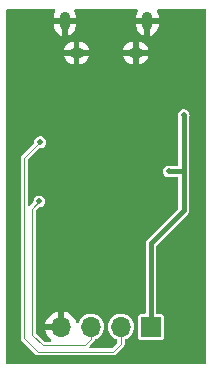
<source format=gbl>
G04 #@! TF.GenerationSoftware,KiCad,Pcbnew,8.0.5*
G04 #@! TF.CreationDate,2025-04-12T21:20:27+09:00*
G04 #@! TF.ProjectId,usb_serial,7573625f-7365-4726-9961-6c2e6b696361,rev?*
G04 #@! TF.SameCoordinates,Original*
G04 #@! TF.FileFunction,Copper,L2,Bot*
G04 #@! TF.FilePolarity,Positive*
%FSLAX46Y46*%
G04 Gerber Fmt 4.6, Leading zero omitted, Abs format (unit mm)*
G04 Created by KiCad (PCBNEW 8.0.5) date 2025-04-12 21:20:27*
%MOMM*%
%LPD*%
G01*
G04 APERTURE LIST*
G04 #@! TA.AperFunction,ComponentPad*
%ADD10O,0.890000X1.550000*%
G04 #@! TD*
G04 #@! TA.AperFunction,ComponentPad*
%ADD11O,1.250000X0.950000*%
G04 #@! TD*
G04 #@! TA.AperFunction,ComponentPad*
%ADD12R,1.700000X1.700000*%
G04 #@! TD*
G04 #@! TA.AperFunction,ComponentPad*
%ADD13O,1.700000X1.700000*%
G04 #@! TD*
G04 #@! TA.AperFunction,ViaPad*
%ADD14C,0.500000*%
G04 #@! TD*
G04 #@! TA.AperFunction,Conductor*
%ADD15C,0.400000*%
G04 #@! TD*
G04 #@! TA.AperFunction,Conductor*
%ADD16C,0.101600*%
G04 #@! TD*
G04 APERTURE END LIST*
D10*
X142500000Y-61490000D03*
D11*
X141500000Y-64190000D03*
X136500000Y-64190000D03*
D10*
X135500000Y-61490000D03*
D12*
X142810000Y-87400000D03*
D13*
X140270000Y-87400000D03*
X137730000Y-87400000D03*
X135190000Y-87400000D03*
D14*
X137950000Y-66290000D03*
X141390000Y-74820000D03*
X144280000Y-65790000D03*
X134050000Y-74180000D03*
X146820000Y-75640000D03*
X141370000Y-71340000D03*
X141410000Y-76770000D03*
X146850000Y-78530000D03*
X146710000Y-65840000D03*
X137150000Y-65490000D03*
X137150000Y-66290000D03*
X141425000Y-72225000D03*
X137950000Y-65490000D03*
X144200000Y-72340000D03*
X144290000Y-74240000D03*
X145570000Y-69480000D03*
X133350000Y-76780000D03*
X133410000Y-71780000D03*
D15*
X145570000Y-69480000D02*
X145570000Y-77540000D01*
X145570000Y-77540000D02*
X142810000Y-80300000D01*
X144290000Y-74240000D02*
X145570000Y-74240000D01*
X142810000Y-80300000D02*
X142810000Y-87400000D01*
D16*
X132750000Y-88050000D02*
X133660000Y-88960000D01*
X137730000Y-88460000D02*
X137730000Y-87400000D01*
X132750000Y-77380000D02*
X132750000Y-88050000D01*
X133660000Y-88960000D02*
X137230000Y-88960000D01*
X133350000Y-76780000D02*
X132750000Y-77380000D01*
X137230000Y-88960000D02*
X137730000Y-88460000D01*
X133260000Y-89510000D02*
X139610000Y-89510000D01*
X140270000Y-88850000D02*
X140270000Y-87400000D01*
X139610000Y-89510000D02*
X140270000Y-88850000D01*
X133410000Y-71780000D02*
X132080000Y-73110000D01*
X132080000Y-73110000D02*
X132080000Y-88330000D01*
X132080000Y-88330000D02*
X133260000Y-89510000D01*
G04 #@! TA.AperFunction,Conductor*
G36*
X134639173Y-60520185D02*
G01*
X134684928Y-60572989D01*
X134694872Y-60642147D01*
X134675236Y-60693391D01*
X134662555Y-60712368D01*
X134662550Y-60712377D01*
X134591316Y-60884353D01*
X134591314Y-60884361D01*
X134555000Y-61066921D01*
X134555000Y-61240000D01*
X135250000Y-61240000D01*
X135250000Y-61740000D01*
X134555000Y-61740000D01*
X134555000Y-61913078D01*
X134591314Y-62095638D01*
X134591316Y-62095646D01*
X134662550Y-62267622D01*
X134662555Y-62267631D01*
X134765970Y-62422401D01*
X134765973Y-62422405D01*
X134897594Y-62554026D01*
X134897598Y-62554029D01*
X135052368Y-62657444D01*
X135052381Y-62657451D01*
X135224350Y-62728682D01*
X135224355Y-62728683D01*
X135250000Y-62733784D01*
X135250000Y-61864728D01*
X135288060Y-61956614D01*
X135358386Y-62026940D01*
X135450272Y-62065000D01*
X135549728Y-62065000D01*
X135641614Y-62026940D01*
X135711940Y-61956614D01*
X135750000Y-61864728D01*
X135750000Y-62733783D01*
X135775644Y-62728683D01*
X135775649Y-62728682D01*
X135947618Y-62657451D01*
X135947631Y-62657444D01*
X136102401Y-62554029D01*
X136102405Y-62554026D01*
X136234026Y-62422405D01*
X136234029Y-62422401D01*
X136337444Y-62267631D01*
X136337449Y-62267622D01*
X136408683Y-62095646D01*
X136408685Y-62095638D01*
X136444999Y-61913078D01*
X136445000Y-61913076D01*
X136445000Y-61740000D01*
X135750000Y-61740000D01*
X135750000Y-61240000D01*
X136445000Y-61240000D01*
X136445000Y-61066923D01*
X136444999Y-61066921D01*
X136408685Y-60884361D01*
X136408683Y-60884353D01*
X136337449Y-60712377D01*
X136337444Y-60712368D01*
X136324764Y-60693391D01*
X136303886Y-60626713D01*
X136322371Y-60559333D01*
X136374350Y-60512643D01*
X136427866Y-60500500D01*
X141572134Y-60500500D01*
X141639173Y-60520185D01*
X141684928Y-60572989D01*
X141694872Y-60642147D01*
X141675236Y-60693391D01*
X141662555Y-60712368D01*
X141662550Y-60712377D01*
X141591316Y-60884353D01*
X141591314Y-60884361D01*
X141555000Y-61066921D01*
X141555000Y-61240000D01*
X142250000Y-61240000D01*
X142250000Y-61740000D01*
X141555000Y-61740000D01*
X141555000Y-61913078D01*
X141591314Y-62095638D01*
X141591316Y-62095646D01*
X141662550Y-62267622D01*
X141662555Y-62267631D01*
X141765970Y-62422401D01*
X141765973Y-62422405D01*
X141897594Y-62554026D01*
X141897598Y-62554029D01*
X142052368Y-62657444D01*
X142052381Y-62657451D01*
X142224350Y-62728682D01*
X142224355Y-62728683D01*
X142250000Y-62733784D01*
X142250000Y-61864728D01*
X142288060Y-61956614D01*
X142358386Y-62026940D01*
X142450272Y-62065000D01*
X142549728Y-62065000D01*
X142641614Y-62026940D01*
X142711940Y-61956614D01*
X142750000Y-61864728D01*
X142750000Y-62733783D01*
X142775644Y-62728683D01*
X142775649Y-62728682D01*
X142947618Y-62657451D01*
X142947631Y-62657444D01*
X143102401Y-62554029D01*
X143102405Y-62554026D01*
X143234026Y-62422405D01*
X143234029Y-62422401D01*
X143337444Y-62267631D01*
X143337449Y-62267622D01*
X143408683Y-62095646D01*
X143408685Y-62095638D01*
X143444999Y-61913078D01*
X143445000Y-61913076D01*
X143445000Y-61740000D01*
X142750000Y-61740000D01*
X142750000Y-61240000D01*
X143445000Y-61240000D01*
X143445000Y-61066923D01*
X143444999Y-61066921D01*
X143408685Y-60884361D01*
X143408683Y-60884353D01*
X143337449Y-60712377D01*
X143337444Y-60712368D01*
X143324764Y-60693391D01*
X143303886Y-60626713D01*
X143322371Y-60559333D01*
X143374350Y-60512643D01*
X143427866Y-60500500D01*
X147375500Y-60500500D01*
X147442539Y-60520185D01*
X147488294Y-60572989D01*
X147499500Y-60624500D01*
X147499500Y-90375500D01*
X147479815Y-90442539D01*
X147427011Y-90488294D01*
X147375500Y-90499500D01*
X130624500Y-90499500D01*
X130557461Y-90479815D01*
X130511706Y-90427011D01*
X130500500Y-90375500D01*
X130500500Y-73070333D01*
X131778700Y-73070333D01*
X131778700Y-88290333D01*
X131778700Y-88369667D01*
X131799233Y-88446298D01*
X131799233Y-88446299D01*
X131808889Y-88463022D01*
X131808889Y-88463025D01*
X131808891Y-88463025D01*
X131822136Y-88485966D01*
X131838899Y-88515001D01*
X131838901Y-88515004D01*
X131902062Y-88578165D01*
X131902068Y-88578170D01*
X133014559Y-89690661D01*
X133014580Y-89690684D01*
X133074993Y-89751097D01*
X133074995Y-89751098D01*
X133074997Y-89751100D01*
X133109347Y-89770931D01*
X133109349Y-89770933D01*
X133109350Y-89770933D01*
X133143702Y-89790767D01*
X133220333Y-89811300D01*
X133220335Y-89811300D01*
X139649665Y-89811300D01*
X139649667Y-89811300D01*
X139726298Y-89790767D01*
X139760650Y-89770933D01*
X139795003Y-89751100D01*
X139851100Y-89695003D01*
X139851100Y-89695001D01*
X139861308Y-89684794D01*
X139861310Y-89684791D01*
X140444793Y-89101308D01*
X140444798Y-89101304D01*
X140455001Y-89091100D01*
X140455003Y-89091100D01*
X140511100Y-89035003D01*
X140531502Y-88999666D01*
X140550767Y-88966298D01*
X140571300Y-88889667D01*
X140571300Y-88810333D01*
X140571300Y-88548413D01*
X140590985Y-88481374D01*
X140643789Y-88435619D01*
X140650475Y-88432799D01*
X140762637Y-88389348D01*
X140936041Y-88281981D01*
X141086764Y-88144579D01*
X141209673Y-87981821D01*
X141300582Y-87799250D01*
X141356397Y-87603083D01*
X141375215Y-87400000D01*
X141369115Y-87334174D01*
X141356397Y-87196917D01*
X141343048Y-87150000D01*
X141300582Y-87000750D01*
X141300159Y-86999901D01*
X141250415Y-86900000D01*
X141209673Y-86818179D01*
X141086764Y-86655421D01*
X141086762Y-86655418D01*
X140944051Y-86525321D01*
X141709500Y-86525321D01*
X141709500Y-88274678D01*
X141724032Y-88347735D01*
X141724033Y-88347739D01*
X141724034Y-88347740D01*
X141779399Y-88430601D01*
X141862260Y-88485966D01*
X141862264Y-88485967D01*
X141935321Y-88500499D01*
X141935324Y-88500500D01*
X141935326Y-88500500D01*
X143684676Y-88500500D01*
X143684677Y-88500499D01*
X143757740Y-88485966D01*
X143840601Y-88430601D01*
X143895966Y-88347740D01*
X143910500Y-88274674D01*
X143910500Y-86525326D01*
X143910500Y-86525323D01*
X143910499Y-86525321D01*
X143895967Y-86452264D01*
X143895966Y-86452260D01*
X143840601Y-86369399D01*
X143757740Y-86314034D01*
X143757739Y-86314033D01*
X143757735Y-86314032D01*
X143684677Y-86299500D01*
X143684674Y-86299500D01*
X143384500Y-86299500D01*
X143317461Y-86279815D01*
X143271706Y-86227011D01*
X143260500Y-86175500D01*
X143260500Y-80537965D01*
X143280185Y-80470926D01*
X143296819Y-80450284D01*
X143723720Y-80023383D01*
X145930489Y-77816614D01*
X145989798Y-77713887D01*
X145989799Y-77713886D01*
X146020500Y-77599309D01*
X146020500Y-69725335D01*
X146031705Y-69673825D01*
X146055165Y-69622457D01*
X146075647Y-69480000D01*
X146055165Y-69337543D01*
X145995377Y-69206627D01*
X145901128Y-69097857D01*
X145780053Y-69020047D01*
X145780051Y-69020046D01*
X145780049Y-69020045D01*
X145780050Y-69020045D01*
X145641963Y-68979500D01*
X145641961Y-68979500D01*
X145498039Y-68979500D01*
X145498036Y-68979500D01*
X145359949Y-69020045D01*
X145238873Y-69097856D01*
X145144623Y-69206626D01*
X145144622Y-69206628D01*
X145084834Y-69337543D01*
X145064353Y-69480000D01*
X145084834Y-69622453D01*
X145084834Y-69622454D01*
X145084834Y-69622455D01*
X145084835Y-69622457D01*
X145108294Y-69673825D01*
X145119500Y-69725335D01*
X145119500Y-73665500D01*
X145099815Y-73732539D01*
X145047011Y-73778294D01*
X144995500Y-73789500D01*
X144547727Y-73789500D01*
X144508995Y-73781073D01*
X144508563Y-73782545D01*
X144361963Y-73739500D01*
X144361961Y-73739500D01*
X144218039Y-73739500D01*
X144218036Y-73739500D01*
X144079949Y-73780045D01*
X143958873Y-73857856D01*
X143864623Y-73966626D01*
X143864622Y-73966628D01*
X143804834Y-74097543D01*
X143784353Y-74240000D01*
X143804834Y-74382456D01*
X143864622Y-74513371D01*
X143864623Y-74513373D01*
X143958872Y-74622143D01*
X144079947Y-74699953D01*
X144079950Y-74699954D01*
X144079949Y-74699954D01*
X144218036Y-74740499D01*
X144218038Y-74740500D01*
X144218039Y-74740500D01*
X144361962Y-74740500D01*
X144361962Y-74740499D01*
X144414797Y-74724985D01*
X144508563Y-74697455D01*
X144508995Y-74698926D01*
X144547727Y-74690500D01*
X144995500Y-74690500D01*
X145062539Y-74710185D01*
X145108294Y-74762989D01*
X145119500Y-74814500D01*
X145119500Y-77302035D01*
X145099815Y-77369074D01*
X145083181Y-77389716D01*
X142449513Y-80023383D01*
X142449509Y-80023389D01*
X142390201Y-80126112D01*
X142390200Y-80126117D01*
X142359500Y-80240691D01*
X142359500Y-86175500D01*
X142339815Y-86242539D01*
X142287011Y-86288294D01*
X142235500Y-86299500D01*
X141935323Y-86299500D01*
X141862264Y-86314032D01*
X141862260Y-86314033D01*
X141779399Y-86369399D01*
X141724033Y-86452260D01*
X141724032Y-86452264D01*
X141709500Y-86525321D01*
X140944051Y-86525321D01*
X140936041Y-86518019D01*
X140936039Y-86518017D01*
X140762642Y-86410655D01*
X140762635Y-86410651D01*
X140636769Y-86361891D01*
X140572456Y-86336976D01*
X140371976Y-86299500D01*
X140168024Y-86299500D01*
X139967544Y-86336976D01*
X139967541Y-86336976D01*
X139967541Y-86336977D01*
X139777364Y-86410651D01*
X139777357Y-86410655D01*
X139603960Y-86518017D01*
X139603958Y-86518019D01*
X139453237Y-86655418D01*
X139330327Y-86818178D01*
X139239422Y-87000739D01*
X139239417Y-87000752D01*
X139183602Y-87196917D01*
X139164785Y-87399999D01*
X139164785Y-87400000D01*
X139183602Y-87603082D01*
X139239417Y-87799247D01*
X139239422Y-87799260D01*
X139330327Y-87981821D01*
X139453237Y-88144581D01*
X139603958Y-88281980D01*
X139603960Y-88281982D01*
X139618688Y-88291101D01*
X139777363Y-88389348D01*
X139889495Y-88432788D01*
X139944895Y-88475358D01*
X139968486Y-88541125D01*
X139968700Y-88548413D01*
X139968700Y-88673836D01*
X139949015Y-88740875D01*
X139932381Y-88761517D01*
X139521517Y-89172381D01*
X139460194Y-89205866D01*
X139433836Y-89208700D01*
X137706763Y-89208700D01*
X137639724Y-89189015D01*
X137593969Y-89136211D01*
X137584025Y-89067053D01*
X137613050Y-89003497D01*
X137619082Y-88997019D01*
X137726436Y-88889665D01*
X137904793Y-88711308D01*
X137904798Y-88711304D01*
X137915001Y-88701100D01*
X137915003Y-88701100D01*
X137971100Y-88645003D01*
X137991944Y-88608900D01*
X138010767Y-88576298D01*
X138025831Y-88520075D01*
X138062193Y-88460417D01*
X138100807Y-88436544D01*
X138222637Y-88389348D01*
X138396041Y-88281981D01*
X138546764Y-88144579D01*
X138669673Y-87981821D01*
X138760582Y-87799250D01*
X138816397Y-87603083D01*
X138835215Y-87400000D01*
X138829115Y-87334174D01*
X138816397Y-87196917D01*
X138803048Y-87150000D01*
X138760582Y-87000750D01*
X138760159Y-86999901D01*
X138710415Y-86900000D01*
X138669673Y-86818179D01*
X138546764Y-86655421D01*
X138546762Y-86655418D01*
X138396041Y-86518019D01*
X138396039Y-86518017D01*
X138222642Y-86410655D01*
X138222635Y-86410651D01*
X138096769Y-86361891D01*
X138032456Y-86336976D01*
X137831976Y-86299500D01*
X137628024Y-86299500D01*
X137427544Y-86336976D01*
X137427541Y-86336976D01*
X137427541Y-86336977D01*
X137237364Y-86410651D01*
X137237357Y-86410655D01*
X137063960Y-86518017D01*
X137063958Y-86518019D01*
X136913237Y-86655418D01*
X136790327Y-86818178D01*
X136703182Y-86993188D01*
X136655679Y-87044425D01*
X136588016Y-87061846D01*
X136521676Y-87039920D01*
X136477721Y-86985609D01*
X136472407Y-86970008D01*
X136463434Y-86936518D01*
X136463429Y-86936507D01*
X136363600Y-86722422D01*
X136363599Y-86722420D01*
X136228113Y-86528926D01*
X136228108Y-86528920D01*
X136061082Y-86361894D01*
X135867578Y-86226399D01*
X135653492Y-86126570D01*
X135653486Y-86126567D01*
X135440000Y-86069364D01*
X135440000Y-86966988D01*
X135382993Y-86934075D01*
X135255826Y-86900000D01*
X135124174Y-86900000D01*
X134997007Y-86934075D01*
X134940000Y-86966988D01*
X134940000Y-86069364D01*
X134939999Y-86069364D01*
X134726513Y-86126567D01*
X134726507Y-86126570D01*
X134512422Y-86226399D01*
X134512420Y-86226400D01*
X134318926Y-86361886D01*
X134318920Y-86361891D01*
X134151891Y-86528920D01*
X134151886Y-86528926D01*
X134016400Y-86722420D01*
X134016399Y-86722422D01*
X133916570Y-86936507D01*
X133916567Y-86936513D01*
X133859364Y-87149999D01*
X133859364Y-87150000D01*
X134756988Y-87150000D01*
X134724075Y-87207007D01*
X134690000Y-87334174D01*
X134690000Y-87465826D01*
X134724075Y-87592993D01*
X134756988Y-87650000D01*
X133859364Y-87650000D01*
X133916567Y-87863486D01*
X133916570Y-87863492D01*
X134016399Y-88077578D01*
X134151894Y-88271082D01*
X134318918Y-88438106D01*
X134320825Y-88439706D01*
X134321435Y-88440623D01*
X134322750Y-88441938D01*
X134322485Y-88442202D01*
X134359531Y-88497875D01*
X134360643Y-88567736D01*
X134323810Y-88627108D01*
X134260724Y-88657141D01*
X134241125Y-88658700D01*
X133836165Y-88658700D01*
X133769126Y-88639015D01*
X133748484Y-88622381D01*
X133087619Y-87961516D01*
X133054134Y-87900193D01*
X133051300Y-87873835D01*
X133051300Y-77556163D01*
X133070985Y-77489124D01*
X133087615Y-77468486D01*
X133239282Y-77316818D01*
X133300605Y-77283334D01*
X133326963Y-77280500D01*
X133421962Y-77280500D01*
X133421962Y-77280499D01*
X133560053Y-77239953D01*
X133681128Y-77162143D01*
X133775377Y-77053373D01*
X133835165Y-76922457D01*
X133855647Y-76780000D01*
X133835165Y-76637543D01*
X133775377Y-76506627D01*
X133681128Y-76397857D01*
X133560053Y-76320047D01*
X133560051Y-76320046D01*
X133560049Y-76320045D01*
X133560050Y-76320045D01*
X133421963Y-76279500D01*
X133421961Y-76279500D01*
X133278039Y-76279500D01*
X133278036Y-76279500D01*
X133139949Y-76320045D01*
X133018873Y-76397856D01*
X132924623Y-76506626D01*
X132924622Y-76506628D01*
X132864834Y-76637543D01*
X132844353Y-76780000D01*
X132845519Y-76788112D01*
X132835572Y-76857270D01*
X132810461Y-76893435D01*
X132592981Y-77110916D01*
X132531658Y-77144401D01*
X132461967Y-77139417D01*
X132406033Y-77097546D01*
X132381616Y-77032081D01*
X132381300Y-77023235D01*
X132381300Y-73286163D01*
X132400985Y-73219124D01*
X132417615Y-73198486D01*
X133299282Y-72316818D01*
X133360605Y-72283334D01*
X133386963Y-72280500D01*
X133481962Y-72280500D01*
X133481962Y-72280499D01*
X133620053Y-72239953D01*
X133741128Y-72162143D01*
X133835377Y-72053373D01*
X133895165Y-71922457D01*
X133915647Y-71780000D01*
X133895165Y-71637543D01*
X133835377Y-71506627D01*
X133741128Y-71397857D01*
X133620053Y-71320047D01*
X133620051Y-71320046D01*
X133620049Y-71320045D01*
X133620050Y-71320045D01*
X133481963Y-71279500D01*
X133481961Y-71279500D01*
X133338039Y-71279500D01*
X133338036Y-71279500D01*
X133199949Y-71320045D01*
X133078873Y-71397856D01*
X132984623Y-71506626D01*
X132984622Y-71506628D01*
X132924834Y-71637543D01*
X132904353Y-71780000D01*
X132905519Y-71788112D01*
X132895572Y-71857270D01*
X132870461Y-71893435D01*
X131894999Y-72868898D01*
X131838902Y-72924994D01*
X131838900Y-72924997D01*
X131819066Y-72959350D01*
X131819065Y-72959350D01*
X131799232Y-72993701D01*
X131799233Y-72993701D01*
X131799233Y-72993702D01*
X131799233Y-72993703D01*
X131778700Y-73070333D01*
X130500500Y-73070333D01*
X130500500Y-63940000D01*
X135405626Y-63940000D01*
X136234943Y-63940000D01*
X136194225Y-63956866D01*
X136116866Y-64034225D01*
X136075000Y-64135299D01*
X136075000Y-64244701D01*
X136116866Y-64345775D01*
X136194225Y-64423134D01*
X136234943Y-64440000D01*
X135405626Y-64440000D01*
X135412466Y-64474389D01*
X135412468Y-64474397D01*
X135485964Y-64651833D01*
X135485969Y-64651842D01*
X135592667Y-64811526D01*
X135592670Y-64811530D01*
X135728469Y-64947329D01*
X135728473Y-64947332D01*
X135888157Y-65054030D01*
X135888166Y-65054035D01*
X136065602Y-65127531D01*
X136065610Y-65127533D01*
X136249999Y-65164210D01*
X136250000Y-65164210D01*
X136250000Y-64446236D01*
X136295299Y-64465000D01*
X136704701Y-64465000D01*
X136750000Y-64446236D01*
X136750000Y-65164210D01*
X136934389Y-65127533D01*
X136934397Y-65127531D01*
X137111833Y-65054035D01*
X137111842Y-65054030D01*
X137271526Y-64947332D01*
X137271530Y-64947329D01*
X137407329Y-64811530D01*
X137407332Y-64811526D01*
X137514030Y-64651842D01*
X137514035Y-64651833D01*
X137587531Y-64474397D01*
X137587533Y-64474389D01*
X137594374Y-64440000D01*
X136765057Y-64440000D01*
X136805775Y-64423134D01*
X136883134Y-64345775D01*
X136925000Y-64244701D01*
X136925000Y-64135299D01*
X136883134Y-64034225D01*
X136805775Y-63956866D01*
X136765057Y-63940000D01*
X137594374Y-63940000D01*
X140405626Y-63940000D01*
X141234943Y-63940000D01*
X141194225Y-63956866D01*
X141116866Y-64034225D01*
X141075000Y-64135299D01*
X141075000Y-64244701D01*
X141116866Y-64345775D01*
X141194225Y-64423134D01*
X141234943Y-64440000D01*
X140405626Y-64440000D01*
X140412466Y-64474389D01*
X140412468Y-64474397D01*
X140485964Y-64651833D01*
X140485969Y-64651842D01*
X140592667Y-64811526D01*
X140592670Y-64811530D01*
X140728469Y-64947329D01*
X140728473Y-64947332D01*
X140888157Y-65054030D01*
X140888166Y-65054035D01*
X141065602Y-65127531D01*
X141065610Y-65127533D01*
X141249999Y-65164210D01*
X141250000Y-65164210D01*
X141250000Y-64446236D01*
X141295299Y-64465000D01*
X141704701Y-64465000D01*
X141750000Y-64446236D01*
X141750000Y-65164210D01*
X141934389Y-65127533D01*
X141934397Y-65127531D01*
X142111833Y-65054035D01*
X142111842Y-65054030D01*
X142271526Y-64947332D01*
X142271530Y-64947329D01*
X142407329Y-64811530D01*
X142407332Y-64811526D01*
X142514030Y-64651842D01*
X142514035Y-64651833D01*
X142587531Y-64474397D01*
X142587533Y-64474389D01*
X142594374Y-64440000D01*
X141765057Y-64440000D01*
X141805775Y-64423134D01*
X141883134Y-64345775D01*
X141925000Y-64244701D01*
X141925000Y-64135299D01*
X141883134Y-64034225D01*
X141805775Y-63956866D01*
X141765057Y-63940000D01*
X142594374Y-63940000D01*
X142587533Y-63905610D01*
X142587531Y-63905602D01*
X142514035Y-63728166D01*
X142514030Y-63728157D01*
X142407332Y-63568473D01*
X142407329Y-63568469D01*
X142271530Y-63432670D01*
X142271526Y-63432667D01*
X142111842Y-63325969D01*
X142111833Y-63325964D01*
X141934397Y-63252468D01*
X141934389Y-63252466D01*
X141750000Y-63215788D01*
X141750000Y-63933763D01*
X141704701Y-63915000D01*
X141295299Y-63915000D01*
X141250000Y-63933763D01*
X141250000Y-63215789D01*
X141249999Y-63215788D01*
X141065610Y-63252466D01*
X141065602Y-63252468D01*
X140888166Y-63325964D01*
X140888157Y-63325969D01*
X140728473Y-63432667D01*
X140728469Y-63432670D01*
X140592670Y-63568469D01*
X140592667Y-63568473D01*
X140485969Y-63728157D01*
X140485964Y-63728166D01*
X140412468Y-63905602D01*
X140412466Y-63905610D01*
X140405626Y-63940000D01*
X137594374Y-63940000D01*
X137587533Y-63905610D01*
X137587531Y-63905602D01*
X137514035Y-63728166D01*
X137514030Y-63728157D01*
X137407332Y-63568473D01*
X137407329Y-63568469D01*
X137271530Y-63432670D01*
X137271526Y-63432667D01*
X137111842Y-63325969D01*
X137111833Y-63325964D01*
X136934397Y-63252468D01*
X136934389Y-63252466D01*
X136750000Y-63215788D01*
X136750000Y-63933763D01*
X136704701Y-63915000D01*
X136295299Y-63915000D01*
X136250000Y-63933763D01*
X136250000Y-63215789D01*
X136249999Y-63215788D01*
X136065610Y-63252466D01*
X136065602Y-63252468D01*
X135888166Y-63325964D01*
X135888157Y-63325969D01*
X135728473Y-63432667D01*
X135728469Y-63432670D01*
X135592670Y-63568469D01*
X135592667Y-63568473D01*
X135485969Y-63728157D01*
X135485964Y-63728166D01*
X135412468Y-63905602D01*
X135412466Y-63905610D01*
X135405626Y-63940000D01*
X130500500Y-63940000D01*
X130500500Y-60624500D01*
X130520185Y-60557461D01*
X130572989Y-60511706D01*
X130624500Y-60500500D01*
X134572134Y-60500500D01*
X134639173Y-60520185D01*
G37*
G04 #@! TD.AperFunction*
M02*

</source>
